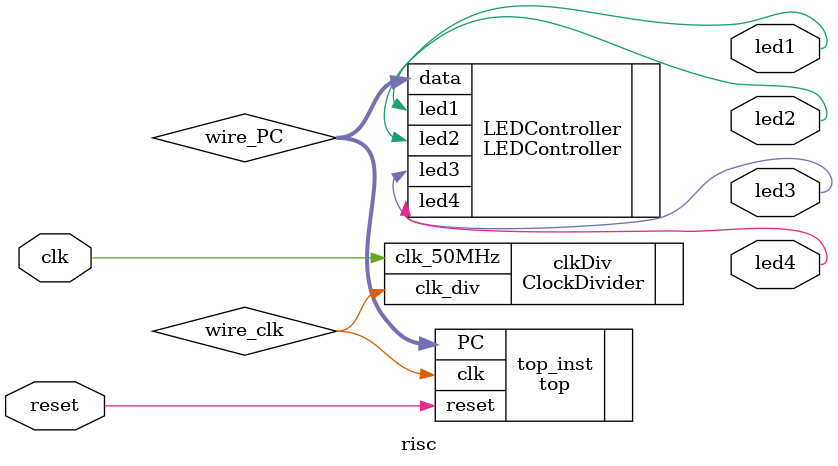
<source format=v>
`timescale 1ns / 1ps


module risc(
    input clk,reset,
    //output [31:0] instruction,aluOut,PC,
    output led1,led2,led3,led4
    );

wire wire_clk; // wire to connect clockDivider to top
wire [31:0] wire_instruction; 
wire [31:0] wire_aluOut;
wire [31:0] wire_PC;
wire wire_led;


// intantiate clockDivider
ClockDivider clkDiv(
  .clk_50MHz(clk),
  .clk_div(wire_clk)
    
    );
    

//intantiate top
top top_inst(
    .clk(wire_clk),
     //.clk(clk),
    .reset(reset),
    //.instruction(instruction),
    //.aluOut(aluOut),
    .PC(wire_PC)
    );
 
 LEDController  LEDController(
    .data(wire_PC),   
    .led1(led1),
    .led2(led2),
    .led3(led3),
    .led4(led4)
 );
  
endmodule

</source>
